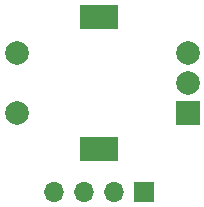
<source format=gts>
G04 #@! TF.GenerationSoftware,KiCad,Pcbnew,(5.1.8)-1*
G04 #@! TF.CreationDate,2022-02-17T23:19:14+01:00*
G04 #@! TF.ProjectId,Vertical Rotary Encoder,56657274-6963-4616-9c20-526f74617279,rev?*
G04 #@! TF.SameCoordinates,Original*
G04 #@! TF.FileFunction,Soldermask,Top*
G04 #@! TF.FilePolarity,Negative*
%FSLAX46Y46*%
G04 Gerber Fmt 4.6, Leading zero omitted, Abs format (unit mm)*
G04 Created by KiCad (PCBNEW (5.1.8)-1) date 2022-02-17 23:19:14*
%MOMM*%
%LPD*%
G01*
G04 APERTURE LIST*
%ADD10C,2.000000*%
%ADD11R,3.200000X2.000000*%
%ADD12R,2.000000X2.000000*%
%ADD13R,1.700000X1.700000*%
%ADD14O,1.700000X1.700000*%
G04 APERTURE END LIST*
D10*
X134090000Y-119079000D03*
X134090000Y-124079000D03*
D11*
X141090000Y-115979000D03*
X141090000Y-127179000D03*
D10*
X148590000Y-119079000D03*
X148590000Y-121579000D03*
D12*
X148590000Y-124079000D03*
D13*
X144900000Y-130810000D03*
D14*
X142360000Y-130810000D03*
X139820000Y-130810000D03*
X137280000Y-130810000D03*
M02*

</source>
